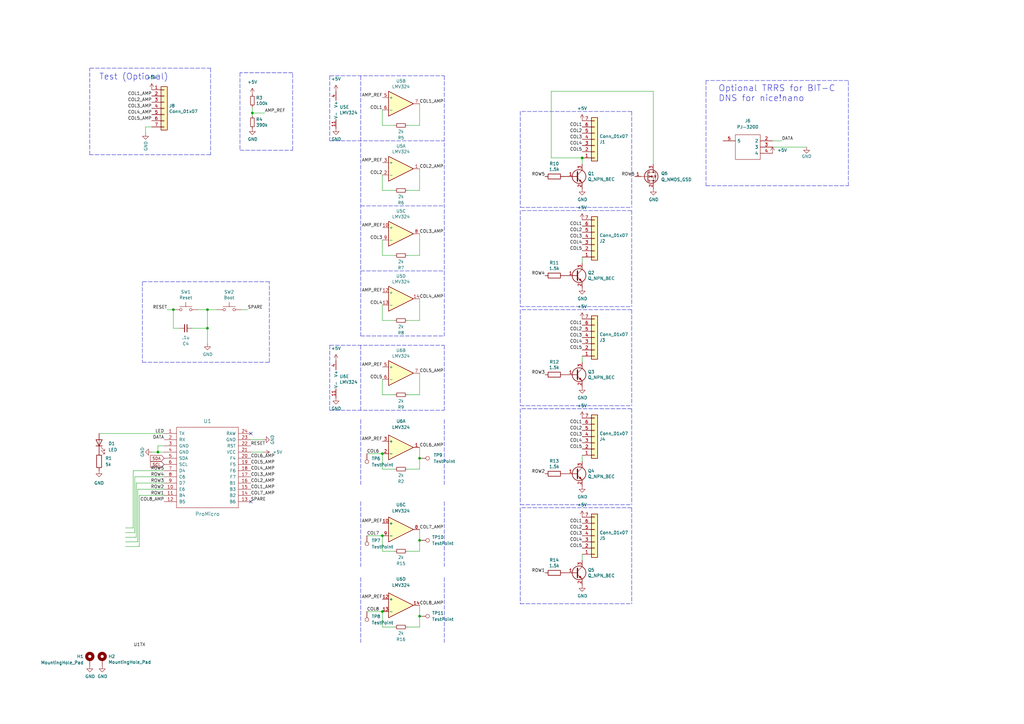
<source format=kicad_sch>
(kicad_sch (version 20211123) (generator eeschema)
  (paper "A3")
  (title_block (title "lalboard main board") (rev "v0.1"))
  (lib_symbols
    (symbol "Amplifier_Operational:LMV324" (pin_names (offset 0.127))
      (property "Reference" "U" (at 0 5.08 0))
      (property "Value" "LMV324" (at 0 -5.08 0))
      (symbol "LMV324_1_1"
        (polyline (pts (xy -5.08 5.08) (xy 5.08 0) (xy -5.08 -5.08) (xy -5.08 5.08)) (stroke (width 0.254)) (fill (type background)))
        (pin output line (at 7.62 0 180) (length 2.54) (name "~") (number "1"))
        (pin input line (at -7.62 -2.54 0) (length 2.54) (name "-") (number "2"))
        (pin input line (at -7.62 2.54 0) (length 2.54) (name "+") (number "3"))
      )
      (symbol "LMV324_2_1"
        (polyline (pts (xy -5.08 5.08) (xy 5.08 0) (xy -5.08 -5.08) (xy -5.08 5.08)) (stroke (width 0.254)) (fill (type background)))
        (pin input line (at -7.62 2.54 0) (length 2.54) (name "+") (number "5"))
        (pin input line (at -7.62 -2.54 0) (length 2.54) (name "-") (number "6"))
        (pin output line (at 7.62 0 180) (length 2.54) (name "~") (number "7"))
      )
      (symbol "LMV324_3_1"
        (polyline (pts (xy -5.08 5.08) (xy 5.08 0) (xy -5.08 -5.08) (xy -5.08 5.08)) (stroke (width 0.254)) (fill (type background)))
        (pin input line (at -7.62 2.54 0) (length 2.54) (name "+") (number "10"))
        (pin output line (at 7.62 0 180) (length 2.54) (name "~") (number "8"))
        (pin input line (at -7.62 -2.54 0) (length 2.54) (name "-") (number "9"))
      )
      (symbol "LMV324_4_1"
        (polyline (pts (xy -5.08 5.08) (xy 5.08 0) (xy -5.08 -5.08) (xy -5.08 5.08)) (stroke (width 0.254)) (fill (type background)))
        (pin input line (at -7.62 2.54 0) (length 2.54) (name "+") (number "12"))
        (pin input line (at -7.62 -2.54 0) (length 2.54) (name "-") (number "13"))
        (pin output line (at 7.62 0 180) (length 2.54) (name "~") (number "14"))
      )
      (symbol "LMV324_5_1"
        (pin power_in line (at -2.54 -7.62 90) (length 3.81) (name "V-") (number "11"))
        (pin power_in line (at -2.54 7.62 270) (length 3.81) (name "V+") (number "4"))
      )
    )
    (symbol "Connector_Generic:Conn_01x07" (pin_names (offset 1.016) hide)
      (property "Reference" "J" (at 0 10.16 0))
      (property "Value" "Conn_01x07" (at 0 -10.16 0))
      (symbol "Conn_01x07_1_1"
        (rectangle (start -1.27 -7.493) (end 0 -7.747) (stroke (width 0.1524)))
        (rectangle (start -1.27 -4.953) (end 0 -5.207) (stroke (width 0.1524)))
        (rectangle (start -1.27 -2.413) (end 0 -2.667) (stroke (width 0.1524)))
        (rectangle (start -1.27 0.127) (end 0 -0.127) (stroke (width 0.1524)))
        (rectangle (start -1.27 2.667) (end 0 2.413) (stroke (width 0.1524)))
        (rectangle (start -1.27 5.207) (end 0 4.953) (stroke (width 0.1524)))
        (rectangle (start -1.27 7.747) (end 0 7.493) (stroke (width 0.1524)))
        (rectangle (start -1.27 8.89) (end 1.27 -8.89) (stroke (width 0.254)) (fill (type background)))
        (pin passive line (at -5.08 7.62 0) (length 3.81) (name "Pin_1") (number "1"))
        (pin passive line (at -5.08 5.08 0) (length 3.81) (name "Pin_2") (number "2"))
        (pin passive line (at -5.08 2.54 0) (length 3.81) (name "Pin_3") (number "3"))
        (pin passive line (at -5.08 0 0) (length 3.81) (name "Pin_4") (number "4"))
        (pin passive line (at -5.08 -2.54 0) (length 3.81) (name "Pin_5") (number "5"))
        (pin passive line (at -5.08 -5.08 0) (length 3.81) (name "Pin_6") (number "6"))
        (pin passive line (at -5.08 -7.62 0) (length 3.81) (name "Pin_7") (number "7"))
      )
    )
    (symbol "Device:C_Small" (pin_numbers hide) (pin_names (offset 0.254) hide)
      (property "Reference" "C" (at 0.254 1.778 0))
      (property "Value" "C_Small" (at 0.254 -2.032 0))
      (symbol "C_Small_0_1"
        (polyline (pts (xy -1.524 -0.508) (xy 1.524 -0.508)) (stroke (width 0.3302)))
        (polyline (pts (xy -1.524 0.508) (xy 1.524 0.508)) (stroke (width 0.3048)))
      )
      (symbol "C_Small_1_1"
        (pin passive line (at 0 2.54 270) (length 2.032) (name "~") (number "1"))
        (pin passive line (at 0 -2.54 90) (length 2.032) (name "~") (number "2"))
      )
    )
    (symbol "Device:LED" (pin_numbers hide) (pin_names (offset 1.016) hide)
      (property "Reference" "D" (at 0 2.54 0))
      (property "Value" "LED" (at 0 -2.54 0))
      (symbol "LED_0_1"
        (polyline (pts (xy -1.27 -1.27) (xy -1.27 1.27)) (stroke (width 0.254)))
        (polyline (pts (xy -1.27 0) (xy 1.27 0)))
        (polyline (pts (xy 1.27 -1.27) (xy 1.27 1.27) (xy -1.27 0) (xy 1.27 -1.27)) (stroke (width 0.254)))
        (polyline (pts (xy -3.048 -0.762) (xy -4.572 -2.286) (xy -3.81 -2.286) (xy -4.572 -2.286) (xy -4.572 -1.524)))
        (polyline (pts (xy -1.778 -0.762) (xy -3.302 -2.286) (xy -2.54 -2.286) (xy -3.302 -2.286) (xy -3.302 -1.524)))
      )
      (symbol "LED_1_1"
        (pin passive line (at -3.81 0 0) (length 2.54) (name "K") (number "1"))
        (pin passive line (at 3.81 0 180) (length 2.54) (name "A") (number "2"))
      )
    )
    (symbol "Device:Q_NMOS_GSD" (pin_names (offset 0) hide)
      (property "Reference" "Q" (at 5.08 1.27 0))
      (property "Value" "Q_NMOS_GSD" (at 5.08 -1.27 0))
      (symbol "Q_NMOS_GSD_0_1"
        (polyline (pts (xy 0.254 0) (xy -2.54 0)))
        (polyline (pts (xy 0.254 1.905) (xy 0.254 -1.905)) (stroke (width 0.254)))
        (polyline (pts (xy 0.762 -1.27) (xy 0.762 -2.286)) (stroke (width 0.254)))
        (polyline (pts (xy 0.762 0.508) (xy 0.762 -0.508)) (stroke (width 0.254)))
        (polyline (pts (xy 0.762 2.286) (xy 0.762 1.27)) (stroke (width 0.254)))
        (polyline (pts (xy 2.54 2.54) (xy 2.54 1.778)))
        (polyline (pts (xy 2.54 -2.54) (xy 2.54 0) (xy 0.762 0)))
        (polyline (pts (xy 0.762 -1.778) (xy 3.302 -1.778) (xy 3.302 1.778) (xy 0.762 1.778)))
        (polyline (pts (xy 1.016 0) (xy 2.032 0.381) (xy 2.032 -0.381) (xy 1.016 0)) (fill (type outline)))
        (polyline (pts (xy 2.794 0.508) (xy 2.921 0.381) (xy 3.683 0.381) (xy 3.81 0.254)))
        (polyline (pts (xy 3.302 0.381) (xy 2.921 -0.254) (xy 3.683 -0.254) (xy 3.302 0.381)))
        (circle (center 1.651 0) (radius 2.794) (stroke (width 0.254)))
        (circle (center 2.54 -1.778) (radius 0.254) (fill (type outline)))
        (circle (center 2.54 1.778) (radius 0.254) (fill (type outline)))
      )
      (symbol "Q_NMOS_GSD_1_1"
        (pin input line (at -5.08 0 0) (length 2.54) (name "G") (number "1"))
        (pin passive line (at 2.54 -5.08 90) (length 2.54) (name "S") (number "2"))
        (pin passive line (at 2.54 5.08 270) (length 2.54) (name "D") (number "3"))
      )
    )
    (symbol "Device:Q_NPN_BEC" (pin_names (offset 0) hide)
      (property "Reference" "Q" (at 5.08 1.27 0))
      (property "Value" "Q_NPN_BEC" (at 5.08 -1.27 0))
      (symbol "Q_NPN_BEC_0_1"
        (polyline (pts (xy 0.635 0.635) (xy 2.54 2.54)))
        (polyline (pts (xy 0.635 -0.635) (xy 2.54 -2.54) (xy 2.54 -2.54)))
        (polyline (pts (xy 0.635 1.905) (xy 0.635 -1.905) (xy 0.635 -1.905)) (stroke (width 0.508)))
        (polyline (pts (xy 1.27 -1.778) (xy 1.778 -1.27) (xy 2.286 -2.286) (xy 1.27 -1.778) (xy 1.27 -1.778)) (fill (type outline)))
        (circle (center 1.27 0) (radius 2.8194) (stroke (width 0.254)))
      )
      (symbol "Q_NPN_BEC_1_1"
        (pin input line (at -5.08 0 0) (length 5.715) (name "B") (number "1"))
        (pin passive line (at 2.54 -5.08 90) (length 2.54) (name "E") (number "2"))
        (pin passive line (at 2.54 5.08 270) (length 2.54) (name "C") (number "3"))
      )
    )
    (symbol "Device:R" (pin_numbers hide) (pin_names (offset 0))
      (property "Reference" "R" (at 2.032 0 90))
      (property "Value" "R" (at 0 0 90))
      (symbol "R_0_1"
        (rectangle (start -1.016 -2.54) (end 1.016 2.54) (stroke (width 0.254)))
      )
      (symbol "R_1_1"
        (pin passive line (at 0 3.81 270) (length 1.27) (name "~") (number "1"))
        (pin passive line (at 0 -3.81 90) (length 1.27) (name "~") (number "2"))
      )
    )
    (symbol "Device:R_Small" (pin_numbers hide) (pin_names (offset 0.254) hide)
      (property "Reference" "R" (at 0.762 0.508 0))
      (property "Value" "R_Small" (at 0.762 -1.016 0))
      (symbol "R_Small_0_1"
        (rectangle (start -0.762 1.778) (end 0.762 -1.778) (stroke (width 0.2032)))
      )
      (symbol "R_Small_1_1"
        (pin passive line (at 0 2.54 270) (length 0.762) (name "~") (number "1"))
        (pin passive line (at 0 -2.54 90) (length 0.762) (name "~") (number "2"))
      )
    )
    (symbol "Mechanical:MountingHole_Pad" (pin_numbers hide) (pin_names (offset 1.016) hide)
      (property "Reference" "H" (at 0 6.35 0))
      (property "Value" "MountingHole_Pad" (at 0 4.445 0))
      (symbol "MountingHole_Pad_0_1"
        (circle (center 0 1.27) (radius 1.27) (stroke (width 1.27)))
      )
      (symbol "MountingHole_Pad_1_1"
        (pin input line (at 0 -2.54 90) (length 2.54) (name "1") (number "1"))
      )
    )
    (symbol "Switch:SW_Push" (pin_numbers hide) (pin_names (offset 1.016) hide)
      (property "Reference" "SW" (at 1.27 2.54 0))
      (property "Value" "SW_Push" (at 0 -1.524 0))
      (symbol "SW_Push_0_1"
        (circle (center -2.032 0) (radius 0.508))
        (polyline (pts (xy 0 1.27) (xy 0 3.048)))
        (polyline (pts (xy 2.54 1.27) (xy -2.54 1.27)))
        (circle (center 2.032 0) (radius 0.508))
        (pin passive line (at -5.08 0 0) (length 2.54) (name "1") (number "1"))
        (pin passive line (at 5.08 0 180) (length 2.54) (name "2") (number "2"))
      )
    )
    (symbol "TestPoint_10" (pin_numbers hide) (pin_names (offset 0.762) hide)
      (property "Reference" "TP" (at 0 6.858 0))
      (property "Value" "TestPoint_10" (at 0 5.08 0))
      (symbol "TestPoint_10_0_1"
        (circle (center 0 3.302) (radius 0.762))
      )
      (symbol "TestPoint_10_1_1"
        (pin passive line (at 0 0 90) (length 2.54) (name "1") (number "1"))
      )
    )
    (symbol "TestPoint_6" (pin_numbers hide) (pin_names (offset 0.762) hide)
      (property "Reference" "TP" (at 0 6.858 0))
      (property "Value" "TestPoint_6" (at 0 5.08 0))
      (symbol "TestPoint_6_0_1"
        (circle (center 0 3.302) (radius 0.762))
      )
      (symbol "TestPoint_6_1_1"
        (pin passive line (at 0 0 90) (length 2.54) (name "1") (number "1"))
      )
    )
    (symbol "TestPoint_7" (pin_numbers hide) (pin_names (offset 0.762) hide)
      (property "Reference" "TP" (at 0 6.858 0))
      (property "Value" "TestPoint_7" (at 0 5.08 0))
      (symbol "TestPoint_7_0_1"
        (circle (center 0 3.302) (radius 0.762))
      )
      (symbol "TestPoint_7_1_1"
        (pin passive line (at 0 0 90) (length 2.54) (name "1") (number "1"))
      )
    )
    (symbol "TestPoint_8" (pin_numbers hide) (pin_names (offset 0.762) hide)
      (property "Reference" "TP" (at 0 6.858 0))
      (property "Value" "TestPoint_8" (at 0 5.08 0))
      (symbol "TestPoint_8_0_1"
        (circle (center 0 3.302) (radius 0.762))
      )
      (symbol "TestPoint_8_1_1"
        (pin passive line (at 0 0 90) (length 2.54) (name "1") (number "1"))
      )
    )
    (symbol "TestPoint_9" (pin_numbers hide) (pin_names (offset 0.762) hide)
      (property "Reference" "TP" (at 0 6.858 0))
      (property "Value" "TestPoint_9" (at 0 5.08 0))
      (symbol "TestPoint_9_0_1"
        (circle (center 0 3.302) (radius 0.762))
      )
      (symbol "TestPoint_9_1_1"
        (pin passive line (at 0 0 90) (length 2.54) (name "1") (number "1"))
      )
    )
    (symbol "corne-chocolate-rescue:ProMicro-kbd" (pin_names (offset 1.016))
      (property "Reference" "U" (at 0 24.13 0))
      (property "Value" "ProMicro-kbd" (at 0 -13.97 0))
      (symbol "ProMicro-kbd_0_1"
        (rectangle (start -12.7 21.59) (end 12.7 -11.43))
      )
      (symbol "ProMicro-kbd_1_1"
        (pin bidirectional line (at -17.78 19.05 0) (length 5.08) (name "TX") (number "1"))
        (pin bidirectional line (at -17.78 -3.81 0) (length 5.08) (name "E6") (number "10"))
        (pin bidirectional line (at -17.78 -6.35 0) (length 5.08) (name "B4") (number "11"))
        (pin bidirectional line (at -17.78 -8.89 0) (length 5.08) (name "B5") (number "12"))
        (pin bidirectional line (at 17.78 -8.89 180) (length 5.08) (name "B6") (number "13"))
        (pin bidirectional line (at 17.78 -6.35 180) (length 5.08) (name "B2") (number "14"))
        (pin bidirectional line (at 17.78 -3.81 180) (length 5.08) (name "B3") (number "15"))
        (pin bidirectional line (at 17.78 -1.27 180) (length 5.08) (name "B1") (number "16"))
        (pin bidirectional line (at 17.78 1.27 180) (length 5.08) (name "F7") (number "17"))
        (pin bidirectional line (at 17.78 3.81 180) (length 5.08) (name "F6") (number "18"))
        (pin bidirectional line (at 17.78 6.35 180) (length 5.08) (name "F5") (number "19"))
        (pin bidirectional line (at -17.78 16.51 0) (length 5.08) (name "RX") (number "2"))
        (pin bidirectional line (at 17.78 8.89 180) (length 5.08) (name "F4") (number "20"))
        (pin power_in line (at 17.78 11.43 180) (length 5.08) (name "VCC") (number "21"))
        (pin input line (at 17.78 13.97 180) (length 5.08) (name "RST") (number "22"))
        (pin power_in line (at 17.78 16.51 180) (length 5.08) (name "GND") (number "23"))
        (pin power_out line (at 17.78 19.05 180) (length 5.08) (name "RAW") (number "24"))
        (pin power_in line (at -17.78 13.97 0) (length 5.08) (name "GND") (number "3"))
        (pin power_in line (at -17.78 11.43 0) (length 5.08) (name "GND") (number "4"))
        (pin bidirectional line (at -17.78 8.89 0) (length 5.08) (name "SDA") (number "5"))
        (pin bidirectional line (at -17.78 6.35 0) (length 5.08) (name "SCL") (number "6"))
        (pin bidirectional line (at -17.78 3.81 0) (length 5.08) (name "D4") (number "7"))
        (pin bidirectional line (at -17.78 1.27 0) (length 5.08) (name "C6") (number "8"))
        (pin bidirectional line (at -17.78 -1.27 0) (length 5.08) (name "D7") (number "9"))
      )
    )
    (symbol "lalboard:PJ-320D" (pin_names (offset 0.762))
      (property "Reference" "J" (at 16.51 7.62 0))
      (property "Value" "PJ-320D" (at 16.51 5.08 0))
      (symbol "PJ-320D_0_0"
        (pin passive line (at 20.32 0 180) (length 5.08) (name "2") (number "2"))
        (pin passive line (at 20.32 -2.54 180) (length 5.08) (name "3") (number "3"))
        (pin passive line (at 20.32 -5.08 180) (length 5.08) (name "4") (number "4"))
        (pin passive line (at 0 0 0) (length 5.08) (name "5") (number "5"))
      )
      (symbol "PJ-320D_0_1"
        (polyline (pts (xy 5.08 2.54) (xy 15.24 2.54) (xy 15.24 -7.62) (xy 5.08 -7.62) (xy 5.08 2.54)) (stroke (width 0.1524)))
      )
    )
    (symbol "lalboard:TestPoint" (pin_numbers hide) (pin_names (offset 0.762) hide)
      (property "Reference" "TP" (at 0 6.858 0))
      (property "Value" "TestPoint" (at 0 5.08 0))
      (symbol "TestPoint_0_1"
        (circle (center 0 3.302) (radius 0.762))
      )
      (symbol "TestPoint_1_1"
        (pin passive line (at 0 0 90) (length 2.54) (name "1") (number "1"))
      )
    )
    (symbol "power:+5V" (power) (pin_names (offset 0))
      (property "Value" "+5V" (at 0 3.556 0))
      (symbol "+5V_0_1"
        (polyline (pts (xy -0.762 1.27) (xy 0 2.54)))
        (polyline (pts (xy 0 0) (xy 0 2.54)))
        (polyline (pts (xy 0 2.54) (xy 0.762 1.27)))
      )
      (symbol "+5V_1_1"
        (pin power_in line (at 0 0 90) (length 0) hide (name "+5V") (number "1"))
      )
    )
    (symbol "power:GND" (power) (pin_names (offset 0))
      (property "Value" "GND" (at 0 -3.81 0))
      (symbol "GND_0_1"
        (polyline (pts (xy 0 0) (xy 0 -1.27) (xy 1.27 -1.27) (xy 0 -2.54) (xy -1.27 -1.27) (xy 0 -1.27)))
      )
      (symbol "GND_1_1"
        (pin power_in line (at 0 0 270) (length 0) hide (name "GND") (number "1"))
      )
    )
  )
  (junction (at 172.085 187.96))
  (junction (at 172.085 252.73))
  (junction (at 64.77 185.42))
  (junction (at 156.845 219.71))
  (junction (at 103.505 46.355))
  (junction (at 156.845 186.055))
  (junction (at 85.09 127))
  (junction (at 85.09 134.62))
  (junction (at 238.76 64.77))
  (junction (at 172.085 221.615))
  (junction (at 156.845 250.825))
  (junction (at 71.12 127))
  (no_connect (at 102.87 205.74))
  (no_connect (at 102.87 177.8))
  (bus_entry (at 151.13 -10.16) (size 2.54 2.54))
  (polyline (pts (xy 58.42 148.59) (xy 110.49 148.59)))
  (wire (pts (xy 172.085 42.545) (xy 172.085 51.435)))
  (wire (pts (xy 81.28 127) (xy 85.09 127)))
  (polyline (pts (xy 120.015 29.845) (xy 98.425 29.845)))
  (polyline (pts (xy 213.36 208.28) (xy 213.36 247.65)))
  (polyline (pts (xy 289.56 33.02) (xy 289.56 38.1)))
  (polyline (pts (xy 182.245 205.74) (xy 182.245 232.41)))
  (polyline (pts (xy 213.36 85.09) (xy 259.08 85.09)))
  (wire (pts (xy 172.085 226.06) (xy 167.005 226.06)))
  (polyline (pts (xy 135.255 31.115) (xy 182.245 31.115)))
  (wire (pts (xy 316.865 60.325) (xy 330.835 60.325)))
  (wire (pts (xy 238.76 105.41) (xy 238.76 107.95)))
  (wire (pts (xy 161.925 51.435) (xy 156.845 51.435)))
  (wire (pts (xy 172.085 257.175) (xy 167.005 257.175)))
  (polyline (pts (xy 147.955 111.125) (xy 182.245 111.125)))
  (wire (pts (xy 226.06 37.465) (xy 267.97 37.465)))
  (wire (pts (xy 56.515 222.25) (xy 51.435 222.25)))
  (wire (pts (xy 67.31 200.66) (xy 56.515 200.66)))
  (wire (pts (xy 67.31 193.04) (xy 54.61 193.04)))
  (polyline (pts (xy 347.98 33.02) (xy 289.56 33.02)))
  (polyline (pts (xy 182.245 31.115) (xy 182.245 137.795)))
  (wire (pts (xy 73.66 134.62) (xy 71.12 134.62)))
  (polyline (pts (xy 182.245 172.085) (xy 182.245 198.755)))
  (wire (pts (xy 238.76 227.33) (xy 238.76 229.87)))
  (wire (pts (xy 238.76 146.05) (xy 238.76 148.59)))
  (polyline (pts (xy 110.49 115.57) (xy 58.42 115.57)))
  (polyline (pts (xy 213.36 247.65) (xy 259.08 247.65)))
  (wire (pts (xy 99.06 127) (xy 101.6 127)))
  (wire (pts (xy 150.495 250.825) (xy 156.845 250.825)))
  (wire (pts (xy 161.925 131.445) (xy 156.845 131.445)))
  (polyline (pts (xy 135.255 57.785) (xy 182.245 57.785)))
  (wire (pts (xy 67.31 198.12) (xy 55.88 198.12)))
  (wire (pts (xy 239.395 64.77) (xy 238.76 64.77)))
  (polyline (pts (xy 289.56 38.1) (xy 289.56 76.2)))
  (wire (pts (xy 59.69 52.07) (xy 59.69 54.61)))
  (wire (pts (xy 54.61 193.04) (xy 54.61 216.535)))
  (polyline (pts (xy 259.08 167.64) (xy 213.36 167.64)))
  (wire (pts (xy 64.77 182.88) (xy 64.77 185.42)))
  (polyline (pts (xy 147.955 205.74) (xy 147.955 232.41)))
  (polyline (pts (xy 213.36 86.36) (xy 213.36 125.73)))
  (polyline (pts (xy 213.36 125.73) (xy 259.08 125.73)))
  (wire (pts (xy 238.76 64.77) (xy 226.06 64.77)))
  (wire (pts (xy 85.09 127) (xy 85.09 134.62)))
  (wire (pts (xy 161.925 257.175) (xy 156.845 257.175)))
  (wire (pts (xy 172.085 104.775) (xy 167.005 104.775)))
  (wire (pts (xy 55.88 198.12) (xy 55.88 220.345)))
  (wire (pts (xy 156.845 51.435) (xy 156.845 45.085)))
  (wire (pts (xy 172.085 192.405) (xy 167.005 192.405)))
  (polyline (pts (xy 259.08 167.64) (xy 259.08 207.01)))
  (polyline (pts (xy 259.08 45.72) (xy 259.08 85.09)))
  (polyline (pts (xy 213.36 45.72) (xy 213.36 85.09)))
  (polyline (pts (xy 147.955 141.605) (xy 147.955 168.275)))
  (wire (pts (xy 67.31 182.88) (xy 64.77 182.88)))
  (wire (pts (xy 172.085 221.615) (xy 172.085 226.06)))
  (polyline (pts (xy 135.255 141.605) (xy 135.255 168.275)))
  (wire (pts (xy 85.09 134.62) (xy 85.09 140.97)))
  (polyline (pts (xy 86.36 27.94) (xy 86.36 63.5)))
  (polyline (pts (xy 36.83 27.94) (xy 86.36 27.94)))
  (wire (pts (xy 238.76 186.69) (xy 238.76 189.23)))
  (wire (pts (xy 172.085 78.105) (xy 167.005 78.105)))
  (wire (pts (xy 103.505 43.815) (xy 103.505 46.355)))
  (wire (pts (xy 150.495 219.71) (xy 156.845 219.71)))
  (wire (pts (xy 55.245 195.58) (xy 55.245 218.44)))
  (polyline (pts (xy 213.36 167.64) (xy 213.36 207.01)))
  (polyline (pts (xy 259.08 208.28) (xy 259.08 247.65)))
  (polyline (pts (xy 182.245 141.605) (xy 182.245 168.275)))
  (polyline (pts (xy 147.955 84.455) (xy 182.245 84.455)))
  (wire (pts (xy 172.085 187.96) (xy 172.085 192.405)))
  (wire (pts (xy 85.09 134.62) (xy 78.74 134.62)))
  (wire (pts (xy 55.245 218.44) (xy 51.435 218.44)))
  (wire (pts (xy 57.15 203.2) (xy 57.15 224.155)))
  (wire (pts (xy 62.23 185.42) (xy 64.77 185.42)))
  (wire (pts (xy 156.845 226.06) (xy 156.845 219.71)))
  (wire (pts (xy 161.925 161.925) (xy 156.845 161.925)))
  (polyline (pts (xy 147.955 31.115) (xy 147.955 137.795)))
  (polyline (pts (xy 213.36 166.37) (xy 259.08 166.37)))
  (wire (pts (xy 156.845 78.105) (xy 156.845 71.755)))
  (polyline (pts (xy 213.36 127) (xy 213.36 166.37)))
  (polyline (pts (xy 289.56 76.2) (xy 347.98 76.2)))
  (wire (pts (xy 56.515 200.66) (xy 56.515 222.25)))
  (wire (pts (xy 156.845 161.925) (xy 156.845 155.575)))
  (polyline (pts (xy 98.425 61.595) (xy 120.015 61.595)))
  (polyline (pts (xy 86.36 63.5) (xy 36.83 63.5)))
  (polyline (pts (xy 135.255 141.605) (xy 182.245 141.605)))
  (wire (pts (xy 172.085 122.555) (xy 172.085 131.445)))
  (wire (pts (xy 238.76 64.77) (xy 238.76 67.31)))
  (polyline (pts (xy 147.955 236.855) (xy 147.955 263.525)))
  (wire (pts (xy 54.61 216.535) (xy 51.435 216.535)))
  (polyline (pts (xy 98.425 29.845) (xy 98.425 61.595)))
  (polyline (pts (xy 147.955 172.085) (xy 147.955 198.755)))
  (polyline (pts (xy 110.49 148.59) (xy 110.49 115.57)))
  (wire (pts (xy 172.085 252.73) (xy 172.085 257.175)))
  (polyline (pts (xy 213.36 207.01) (xy 259.08 207.01)))
  (wire (pts (xy 103.505 46.355) (xy 103.505 47.625)))
  (wire (pts (xy 40.64 177.8) (xy 67.31 177.8)))
  (wire (pts (xy 161.925 78.105) (xy 156.845 78.105)))
  (wire (pts (xy 102.87 180.34) (xy 107.95 180.34)))
  (polyline (pts (xy 259.08 127) (xy 259.08 166.37)))
  (wire (pts (xy 161.925 192.405) (xy 156.845 192.405)))
  (polyline (pts (xy 120.015 61.595) (xy 120.015 29.845)))
  (wire (pts (xy 68.58 127) (xy 71.12 127)))
  (wire (pts (xy 156.845 257.175) (xy 156.845 250.825)))
  (wire (pts (xy 85.09 127) (xy 88.9 127)))
  (wire (pts (xy 172.085 69.215) (xy 172.085 78.105)))
  (wire (pts (xy 161.925 226.06) (xy 156.845 226.06)))
  (polyline (pts (xy 259.08 86.36) (xy 213.36 86.36)))
  (wire (pts (xy 172.085 153.035) (xy 172.085 161.925)))
  (polyline (pts (xy 259.08 86.36) (xy 259.08 125.73)))
  (polyline (pts (xy 147.955 137.795) (xy 182.245 137.795)))
  (wire (pts (xy 57.15 224.155) (xy 51.435 224.155)))
  (wire (pts (xy 150.495 186.055) (xy 156.845 186.055)))
  (polyline (pts (xy 36.83 63.5) (xy 36.83 27.94)))
  (wire (pts (xy 71.12 134.62) (xy 71.12 127)))
  (wire (pts (xy 172.085 217.17) (xy 172.085 221.615)))
  (wire (pts (xy 64.77 185.42) (xy 67.31 185.42)))
  (wire (pts (xy 172.085 248.285) (xy 172.085 252.73)))
  (wire (pts (xy 172.085 161.925) (xy 167.005 161.925)))
  (polyline (pts (xy 135.255 168.275) (xy 182.245 168.275)))
  (wire (pts (xy 156.845 131.445) (xy 156.845 125.095)))
  (wire (pts (xy 172.085 51.435) (xy 167.005 51.435)))
  (wire (pts (xy 156.845 104.775) (xy 156.845 98.425)))
  (polyline (pts (xy 259.08 208.28) (xy 213.36 208.28)))
  (wire (pts (xy 161.925 104.775) (xy 156.845 104.775)))
  (wire (pts (xy 172.085 183.515) (xy 172.085 187.96)))
  (wire (pts (xy 67.31 195.58) (xy 55.245 195.58)))
  (wire (pts (xy 55.88 220.345) (xy 51.435 220.345)))
  (wire (pts (xy 267.97 37.465) (xy 267.97 67.31)))
  (wire (pts (xy 316.865 57.785) (xy 320.675 57.785)))
  (polyline (pts (xy 135.255 31.115) (xy 135.255 57.785)))
  (polyline (pts (xy 58.42 115.57) (xy 58.42 148.59)))
  (wire (pts (xy 67.31 203.2) (xy 57.15 203.2)))
  (wire (pts (xy 62.23 52.07) (xy 59.69 52.07)))
  (polyline (pts (xy 347.98 76.2) (xy 347.98 33.02)))
  (wire (pts (xy 226.06 64.77) (xy 226.06 37.465)))
  (wire (pts (xy 156.845 192.405) (xy 156.845 186.055)))
  (polyline (pts (xy 259.08 127) (xy 213.36 127)))
  (wire (pts (xy 172.085 131.445) (xy 167.005 131.445)))
  (polyline (pts (xy 182.245 236.855) (xy 182.245 263.525)))
  (wire (pts (xy 102.87 185.42) (xy 107.95 185.42)))
  (wire (pts (xy 172.085 95.885) (xy 172.085 104.775)))
  (wire (pts (xy 103.505 46.355) (xy 108.585 46.355)))
  (polyline (pts (xy 259.08 45.72) (xy 213.36 45.72)))
  (text "Test (Optional)" (at 40.64 33.02 0) (effects (font (size 2.4892 2.4892)) (justify left bottom)))
  (text "Optional TRRS for BIT-C\nDNS for nice!nano" (at 294.64 41.91 0) (effects (font (size 2.54 2.54)) (justify left bottom)))
  (label "COL4" (at 238.76 100.33 180))
  (label "COL4" (at 156.845 125.095 180))
  (label "SPARE" (at 102.87 205.74 0))
  (label "COL8" (at 150.495 250.825 0))
  (label "COL4" (at 238.76 181.61 180))
  (label "AMP_REF" (at 156.845 40.005 180))
  (label "AMP_REF" (at 156.845 150.495 180))
  (label "COL8_AMP" (at 67.31 205.74 180))
  (label "COL4_AMP" (at 172.085 122.555 0))
  (label "COL3" (at 238.76 138.43 180))
  (label "COL5" (at 238.76 224.79 180))
  (label "ROW1" (at 223.52 234.95 180))
  (label "ROW4" (at 67.31 195.58 180))
  (label "COL1" (at 238.76 173.99 180))
  (label "U1TX" (at 59.69 265.43 180))
  (label "ROW2" (at 223.52 194.31 180))
  (label "AMP_REF" (at 156.845 214.63 180))
  (label "COL3_AMP" (at 172.085 95.885 0))
  (label "COL1" (at 238.76 214.63 180))
  (label "COL7" (at 150.495 219.71 0))
  (label "AMP_REF" (at 156.845 245.745 180))
  (label "COL4" (at 238.76 222.25 180))
  (label "AMP_REF" (at 156.845 120.015 180))
  (label "COL3" (at 156.845 98.425 180))
  (label "COL2" (at 238.76 176.53 180))
  (label "COL7_AMP" (at 172.085 217.17 0))
  (label "COL1_AMP" (at 62.23 39.37 180))
  (label "COL3" (at 238.76 97.79 180))
  (label "COL5" (at 238.76 184.15 180))
  (label "COL8_AMP" (at 172.085 248.285 0))
  (label "COL2" (at 238.76 54.61 180))
  (label "COL1_AMP" (at 172.085 42.545 0))
  (label "RESET" (at 68.58 127 180))
  (label "COL2" (at 156.845 71.755 180))
  (label "COL5_AMP" (at 172.085 153.035 0))
  (label "COL4" (at 238.76 140.97 180))
  (label "COL1" (at 238.76 133.35 180))
  (label "DATA" (at 320.675 57.785 0))
  (label "COL2" (at 238.76 95.25 180))
  (label "COL6_AMP" (at 102.87 187.96 0))
  (label "COL2_AMP" (at 172.085 69.215 0))
  (label "ROW3" (at 67.31 198.12 180))
  (label "ROW2" (at 67.31 200.66 180))
  (label "COL5" (at 238.76 143.51 180))
  (label "COL5_AMP" (at 62.23 49.53 180))
  (label "RESET" (at 102.87 182.88 0))
  (label "SPARE" (at 101.6 127 0))
  (label "LED" (at 67.31 177.8 180))
  (label "AMP_REF" (at 156.845 180.975 180))
  (label "COL1" (at 238.76 92.71 180))
  (label "COL2_AMP" (at 102.87 198.12 0))
  (label "COL1" (at 238.76 52.07 180))
  (label "COL2" (at 238.76 135.89 180))
  (label "AMP_REF" (at 156.845 93.345 180))
  (label "ROW5" (at 223.52 72.39 180))
  (label "COL6" (at 150.495 186.055 0))
  (label "AMP_REF" (at 108.585 46.355 0))
  (label "COL3_AMP" (at 102.87 195.58 0))
  (label "ROW3" (at 223.52 153.67 180))
  (label "COL5" (at 238.76 102.87 180))
  (label "COL3" (at 238.76 179.07 180))
  (label "ROW4" (at 223.52 113.03 180))
  (label "COL5_AMP" (at 102.87 190.5 0))
  (label "COL3" (at 238.76 57.15 180))
  (label "COL1_AMP" (at 102.87 200.66 0))
  (label "COL4" (at 238.76 59.69 180))
  (label "COL7_AMP" (at 102.87 203.2 0))
  (label "COL5" (at 238.76 62.23 180))
  (label "ROW5" (at 260.35 72.39 180))
  (label "COL6_AMP" (at 172.085 183.515 0))
  (label "DATA" (at 67.31 180.34 180))
  (label "COL4_AMP" (at 62.23 46.99 180))
  (label "COL1" (at 156.845 45.085 180))
  (label "COL3" (at 238.76 219.71 180))
  (label "AMP_REF" (at 156.845 66.675 180))
  (label "COL2_AMP" (at 62.23 41.91 180))
  (label "COL5" (at 156.845 155.575 180))
  (label "ROW1" (at 67.31 203.2 180))
  (label "ROW5" (at 67.31 193.04 180))
  (label "COL3_AMP" (at 62.23 44.45 180))
  (label "COL4_AMP" (at 102.87 193.04 0))
  (label "COL2" (at 238.76 217.17 180))
  (global_label "SCL" (shape input) (at 67.31 190.5 180) (effects (font (size 1.1938 1.1938))) (property "Intersheet References" "${INTERSHEET_REFS}" (effects hide)))
  (global_label "SDA" (shape input) (at 67.31 187.96 180) (effects (font (size 1.1938 1.1938))) (property "Intersheet References" "${INTERSHEET_REFS}" (effects hide)))
  (symbol (lib_id "Device:Q_NPN_BEC") (at 236.22 72.39 0) (unit 1)
    (property "Reference" "Q1" (at 241.0714 71.2216 0) (effects (justify left)))
    (property "Value" "Q_NPN_BEC" (at 241.0714 73.533 0) (effects (justify left)))
    (property "Footprint" "Package_TO_SOT_SMD:SOT-23_Handsoldering" (effects hide))
    (property "Part" "PMBT2222A,215" (effects hide))
  )
  (symbol (lib_id "power:GND") (at 238.76 77.47 0) (unit 1)
    (property "Reference" "#PWR019" (effects hide))
    (property "Value" "GND" (at 238.887 81.8642 0))
  )
  (symbol (lib_id "Device:R") (at 227.33 72.39 270) (unit 1)
    (property "Reference" "R10" (at 227.33 67.1322 90))
    (property "Value" "1.5k" (at 227.33 69.4436 90))
    (property "Footprint" "Resistor_SMD:R_0805_2012Metric_Pad1.15x1.40mm_HandSolder" (effects hide))
  )
  (symbol (lib_id "Device:Q_NPN_BEC") (at 236.22 113.03 0) (unit 1)
    (property "Reference" "Q2" (at 241.0714 111.8616 0) (effects (justify left)))
    (property "Value" "Q_NPN_BEC" (at 241.0714 114.173 0) (effects (justify left)))
    (property "Footprint" "Package_TO_SOT_SMD:SOT-23_Handsoldering" (effects hide))
    (property "Part" "PMBT2222A,215" (effects hide))
  )
  (symbol (lib_id "Connector_Generic:Conn_01x07") (at 243.84 97.79 0) (mirror x) (unit 1)
    (property "Reference" "J2" (at 245.872 98.8568 0) (effects (justify left)))
    (property "Value" "Conn_01x07" (at 245.872 96.5454 0) (effects (justify left)))
    (property "Footprint" "lalboard:JST_ZH_B7B-ZR_1x07_P1.50mm_Vertical" (effects hide))
  )
  (symbol (lib_id "power:GND") (at 238.76 118.11 0) (unit 1)
    (property "Reference" "#PWR021" (effects hide))
    (property "Value" "GND" (at 238.887 122.5042 0))
  )
  (symbol (lib_id "Device:R") (at 227.33 113.03 270) (unit 1)
    (property "Reference" "R11" (at 227.33 107.7722 90))
    (property "Value" "1.5k" (at 227.33 110.0836 90))
    (property "Footprint" "Resistor_SMD:R_0805_2012Metric_Pad1.15x1.40mm_HandSolder" (effects hide))
  )
  (symbol (lib_id "Device:Q_NPN_BEC") (at 236.22 153.67 0) (unit 1)
    (property "Reference" "Q3" (at 241.0714 152.5016 0) (effects (justify left)))
    (property "Value" "Q_NPN_BEC" (at 241.0714 154.813 0) (effects (justify left)))
    (property "Footprint" "Package_TO_SOT_SMD:SOT-23_Handsoldering" (effects hide))
    (property "Part" "PMBT2222A,215" (effects hide))
  )
  (symbol (lib_id "Connector_Generic:Conn_01x07") (at 243.84 138.43 0) (mirror x) (unit 1)
    (property "Reference" "J3" (at 245.872 139.4968 0) (effects (justify left)))
    (property "Value" "Conn_01x07" (at 245.872 137.1854 0) (effects (justify left)))
    (property "Footprint" "lalboard:JST_ZH_B7B-ZR_1x07_P1.50mm_Vertical" (effects hide))
  )
  (symbol (lib_id "power:GND") (at 238.76 158.75 0) (unit 1)
    (property "Reference" "#PWR023" (effects hide))
    (property "Value" "GND" (at 238.887 163.1442 0))
  )
  (symbol (lib_id "Device:R") (at 227.33 153.67 270) (unit 1)
    (property "Reference" "R12" (at 227.33 148.4122 90))
    (property "Value" "1.5k" (at 227.33 150.7236 90))
    (property "Footprint" "Resistor_SMD:R_0805_2012Metric_Pad1.15x1.40mm_HandSolder" (effects hide))
  )
  (symbol (lib_id "Device:Q_NPN_BEC") (at 236.22 194.31 0) (unit 1)
    (property "Reference" "Q4" (at 241.0714 193.1416 0) (effects (justify left)))
    (property "Value" "Q_NPN_BEC" (at 241.0714 195.453 0) (effects (justify left)))
    (property "Footprint" "Package_TO_SOT_SMD:SOT-23_Handsoldering" (effects hide))
    (property "Part" "PMBT2222A,215" (effects hide))
  )
  (symbol (lib_id "Connector_Generic:Conn_01x07") (at 243.84 179.07 0) (mirror x) (unit 1)
    (property "Reference" "J4" (at 245.872 180.1368 0) (effects (justify left)))
    (property "Value" "Conn_01x07" (at 245.872 177.8254 0) (effects (justify left)))
    (property "Footprint" "lalboard:JST_ZH_B7B-ZR_1x07_P1.50mm_Vertical" (effects hide))
  )
  (symbol (lib_id "power:GND") (at 238.76 199.39 0) (unit 1)
    (property "Reference" "#PWR025" (effects hide))
    (property "Value" "GND" (at 238.887 203.7842 0))
  )
  (symbol (lib_id "Device:R") (at 227.33 194.31 270) (unit 1)
    (property "Reference" "R13" (at 227.33 189.0522 90))
    (property "Value" "1.5k" (at 227.33 191.3636 90))
    (property "Footprint" "Resistor_SMD:R_0805_2012Metric_Pad1.15x1.40mm_HandSolder" (effects hide))
  )
  (symbol (lib_id "Device:Q_NPN_BEC") (at 236.22 234.95 0) (unit 1)
    (property "Reference" "Q5" (at 241.0714 233.7816 0) (effects (justify left)))
    (property "Value" "Q_NPN_BEC" (at 241.0714 236.093 0) (effects (justify left)))
    (property "Footprint" "Package_TO_SOT_SMD:SOT-23_Handsoldering" (effects hide))
    (property "Part" "PMBT2222A,215" (effects hide))
  )
  (symbol (lib_id "Connector_Generic:Conn_01x07") (at 243.84 219.71 0) (mirror x) (unit 1)
    (property "Reference" "J5" (at 245.872 220.7768 0) (effects (justify left)))
    (property "Value" "Conn_01x07" (at 245.872 218.4654 0) (effects (justify left)))
    (property "Footprint" "lalboard:JST_ZH_B7B-ZR_1x07_P1.50mm_Vertical" (effects hide))
  )
  (symbol (lib_id "power:GND") (at 238.76 240.03 0) (unit 1)
    (property "Reference" "#PWR027" (effects hide))
    (property "Value" "GND" (at 238.887 244.4242 0))
  )
  (symbol (lib_id "Device:R") (at 227.33 234.95 270) (unit 1)
    (property "Reference" "R14" (at 227.33 229.6922 90))
    (property "Value" "1.5k" (at 227.33 232.0036 90))
    (property "Footprint" "Resistor_SMD:R_0805_2012Metric_Pad1.15x1.40mm_HandSolder" (effects hide))
  )
  (symbol (lib_id "Switch:SW_Push") (at 76.2 127 0) (unit 1)
    (property "Reference" "SW1" (at 76.2 119.761 0))
    (property "Value" "Reset" (at 76.2 122.0724 0))
    (property "Footprint" "Button_Switch_THT:SW_PUSH_6mm_H5mm" (effects hide))
    (property "Part" "1825910-6" (effects hide))
  )
  (symbol (lib_id "Switch:SW_Push") (at 93.98 127 0) (mirror y) (unit 1)
    (property "Reference" "SW2" (at 93.98 119.761 0))
    (property "Value" "Boot" (at 93.98 122.0724 0))
    (property "Footprint" "Button_Switch_THT:SW_PUSH_6mm_H5mm" (effects hide))
    (property "Part" "1825910-6" (effects hide))
  )
  (symbol (lib_id "Amplifier_Operational:LMV324") (at 164.465 42.545 0) (unit 2)
    (property "Reference" "U5" (at 164.465 33.2232 0))
    (property "Value" "LMV324" (at 164.465 35.5346 0))
    (property "Footprint" "lalboard:TSSOP-14_4.4x5mm_P0.65mm" (effects hide))
    (property "Datasheet" "http://www.ti.com/lit/ds/symlink/lmv324.pdf" (effects hide))
  )
  (symbol (lib_id "Device:R_Small") (at 103.505 41.275 0) (unit 1)
    (property "Reference" "R3" (at 105.0036 40.1066 0) (effects (justify left)))
    (property "Value" "100k" (at 105.0036 42.418 0) (effects (justify left)))
    (property "Footprint" "Resistor_SMD:R_0805_2012Metric_Pad1.15x1.40mm_HandSolder" (effects hide))
  )
  (symbol (lib_id "Device:R_Small") (at 103.505 50.165 0) (unit 1)
    (property "Reference" "R4" (at 105.0036 48.9966 0) (effects (justify left)))
    (property "Value" "390k" (at 105.0036 51.308 0) (effects (justify left)))
    (property "Footprint" "Resistor_SMD:R_0805_2012Metric_Pad1.15x1.40mm_HandSolder" (effects hide))
  )
  (symbol (lib_id "power:GND") (at 103.505 52.705 0) (unit 1)
    (property "Reference" "#PWR013" (effects hide))
    (property "Value" "GND" (at 103.632 57.0992 0))
  )
  (symbol (lib_id "Device:R_Small") (at 164.465 51.435 270) (unit 1)
    (property "Reference" "R5" (at 164.465 56.515 90))
    (property "Value" "2k" (at 164.465 53.975 90))
    (property "Footprint" "Resistor_SMD:R_0805_2012Metric_Pad1.15x1.40mm_HandSolder" (effects hide))
  )
  (symbol (lib_id "Amplifier_Operational:LMV324") (at 164.465 69.215 0) (unit 1)
    (property "Reference" "U5" (at 164.465 59.8932 0))
    (property "Value" "LMV324" (at 164.465 62.2046 0))
    (property "Footprint" "lalboard:TSSOP-14_4.4x5mm_P0.65mm" (effects hide))
    (property "Datasheet" "http://www.ti.com/lit/ds/symlink/lmv324.pdf" (effects hide))
  )
  (symbol (lib_id "Device:R_Small") (at 164.465 78.105 270) (unit 1)
    (property "Reference" "R6" (at 164.465 83.185 90))
    (property "Value" "2k" (at 164.465 80.645 90))
    (property "Footprint" "Resistor_SMD:R_0805_2012Metric_Pad1.15x1.40mm_HandSolder" (effects hide))
  )
  (symbol (lib_id "Amplifier_Operational:LMV324") (at 164.465 95.885 0) (unit 3)
    (property "Reference" "U5" (at 164.465 86.5632 0))
    (property "Value" "LMV324" (at 164.465 88.8746 0))
    (property "Footprint" "lalboard:TSSOP-14_4.4x5mm_P0.65mm" (effects hide))
    (property "Datasheet" "http://www.ti.com/lit/ds/symlink/lmv324.pdf" (effects hide))
  )
  (symbol (lib_id "Device:R_Small") (at 164.465 104.775 270) (unit 1)
    (property "Reference" "R7" (at 164.465 109.855 90))
    (property "Value" "2k" (at 164.465 107.315 90))
    (property "Footprint" "Resistor_SMD:R_0805_2012Metric_Pad1.15x1.40mm_HandSolder" (effects hide))
  )
  (symbol (lib_id "Amplifier_Operational:LMV324") (at 164.465 122.555 0) (unit 4)
    (property "Reference" "U5" (at 164.465 113.2332 0))
    (property "Value" "LMV324" (at 164.465 115.5446 0))
    (property "Footprint" "lalboard:TSSOP-14_4.4x5mm_P0.65mm" (effects hide))
    (property "Datasheet" "http://www.ti.com/lit/ds/symlink/lmv324.pdf" (effects hide))
  )
  (symbol (lib_id "Device:R_Small") (at 164.465 131.445 270) (unit 1)
    (property "Reference" "R8" (at 164.465 136.525 90))
    (property "Value" "2k" (at 164.465 133.985 90))
    (property "Footprint" "Resistor_SMD:R_0805_2012Metric_Pad1.15x1.40mm_HandSolder" (effects hide))
  )
  (symbol (lib_id "Amplifier_Operational:LMV324") (at 140.335 45.085 0) (unit 5)
    (property "Reference" "U5" (at 139.2682 43.9166 0) (effects (justify left)))
    (property "Value" "LMV324" (at 139.2682 46.228 0) (effects (justify left)))
    (property "Footprint" "lalboard:TSSOP-14_4.4x5mm_P0.65mm" (effects hide))
    (property "Datasheet" "http://www.ti.com/lit/ds/symlink/lmv324.pdf" (effects hide))
  )
  (symbol (lib_id "power:GND") (at 85.09 140.97 0) (unit 1)
    (property "Reference" "#PWR07" (effects hide))
    (property "Value" "GND" (at 85.217 145.3642 0))
  )
  (symbol (lib_id "Device:C_Small") (at 76.2 134.62 270) (unit 1)
    (property "Reference" "C4" (at 76.2 140.97 90))
    (property "Value" ".1u" (at 76.2 138.43 90))
    (property "Footprint" "Capacitor_SMD:C_0805_2012Metric_Pad1.15x1.40mm_HandSolder" (effects hide))
    (property "Voltage" "16V" (effects hide))
    (property "Tolerance" "10%" (effects hide))
  )
  (symbol (lib_id "Amplifier_Operational:LMV324") (at 164.465 153.035 0) (unit 2)
    (property "Reference" "U6" (at 164.465 143.7132 0))
    (property "Value" "LMV324" (at 164.465 146.0246 0))
    (property "Footprint" "lalboard:TSSOP-14_4.4x5mm_P0.65mm" (effects hide))
    (property "Datasheet" "http://www.ti.com/lit/ds/symlink/lmv324.pdf" (effects hide))
  )
  (symbol (lib_id "Device:R_Small") (at 164.465 161.925 270) (unit 1)
    (property "Reference" "R9" (at 164.465 167.005 90))
    (property "Value" "2k" (at 164.465 164.465 90))
    (property "Footprint" "Resistor_SMD:R_0805_2012Metric_Pad1.15x1.40mm_HandSolder" (effects hide))
  )
  (symbol (lib_id "Amplifier_Operational:LMV324") (at 140.335 155.575 0) (unit 5)
    (property "Reference" "U6" (at 139.2682 154.4066 0) (effects (justify left)))
    (property "Value" "LMV324" (at 139.2682 156.718 0) (effects (justify left)))
    (property "Footprint" "lalboard:TSSOP-14_4.4x5mm_P0.65mm" (effects hide))
    (property "Datasheet" "http://www.ti.com/lit/ds/symlink/lmv324.pdf" (effects hide))
  )
  (symbol (lib_id "Connector_Generic:Conn_01x07") (at 243.84 57.15 0) (mirror x) (unit 1)
    (property "Reference" "J1" (at 245.872 58.2168 0) (effects (justify left)))
    (property "Value" "Conn_01x07" (at 245.872 55.9054 0) (effects (justify left)))
    (property "Footprint" "lalboard:JST_ZH_B7B-ZR_1x07_P1.50mm_Vertical" (effects hide))
  )
  (symbol (lib_id "Connector_Generic:Conn_01x07") (at 67.31 44.45 0) (unit 1)
    (property "Reference" "J8" (at 69.342 43.3832 0) (effects (justify left)))
    (property "Value" "Conn_01x07" (at 69.342 45.6946 0) (effects (justify left)))
    (property "Footprint" "lalboard:JST_ZH_B7B-ZR_1x07_P1.50mm_Vertical" (effects hide))
  )
  (symbol (lib_id "power:GND") (at 59.69 54.61 0) (unit 1)
    (property "Reference" "#PWR0110" (effects hide))
    (property "Value" "GND" (at 59.817 57.8612 90) (effects (justify right)))
  )
  (symbol (lib_id "power:GND") (at 137.795 52.705 0) (unit 1)
    (property "Reference" "#PWR0103" (effects hide))
    (property "Value" "GND" (at 137.922 57.0992 0))
  )
  (symbol (lib_id "power:GND") (at 137.795 163.195 0) (unit 1)
    (property "Reference" "#PWR0105" (effects hide))
    (property "Value" "GND" (at 137.922 167.5892 0))
  )
  (symbol (lib_id "Mechanical:MountingHole_Pad") (at 36.83 270.51 0) (unit 1)
    (property "Reference" "H1" (at 34.29 269.24 0) (effects (justify right)))
    (property "Value" "MountingHole_Pad" (at 34.29 271.78 0) (effects (justify right)))
    (property "Footprint" "MountingHole:MountingHole_3.2mm_M3_DIN965_Pad" (effects hide))
  )
  (symbol (lib_id "Mechanical:MountingHole_Pad") (at 41.91 270.51 0) (unit 1)
    (property "Reference" "H2" (at 44.45 269.2654 0) (effects (justify left)))
    (property "Value" "MountingHole_Pad" (at 44.45 271.5768 0) (effects (justify left)))
    (property "Footprint" "MountingHole:MountingHole_3.2mm_M3_DIN965_Pad" (effects hide))
  )
  (symbol (lib_id "power:GND") (at 36.83 273.05 0) (unit 1)
    (property "Reference" "#PWR0107" (effects hide))
    (property "Value" "GND" (at 36.957 277.4442 0))
  )
  (symbol (lib_id "power:GND") (at 41.91 273.05 0) (unit 1)
    (property "Reference" "#PWR0108" (effects hide))
    (property "Value" "GND" (at 42.037 277.4442 0))
  )
  (symbol (lib_name "TestPoint_8") (lib_id "lalboard:TestPoint") (at 172.085 221.615 270) (unit 1)
    (property "Reference" "TP10" (at 177.165 220.3449 90) (effects (justify left)))
    (property "Value" "TestPoint" (at 177.165 222.8849 90) (effects (justify left)))
    (property "Footprint" "TestPoint:TestPoint_THTPad_D1.0mm_Drill0.5mm" (effects hide))
  )
  (symbol (lib_id "lalboard:PJ-320D") (at 296.545 57.785 0) (unit 1)
    (property "Reference" "J6" (at 306.705 49.53 0))
    (property "Value" "PJ-320D" (at 306.705 52.07 0))
    (property "Footprint" "lalboard:PJ-320D" (effects hide))
    (property "Datasheet" "https://p.globalsources.com/IMAGES/PDT/SPEC/432/K1007154432.pdf" (effects hide))
    (property "Description" "Phone Jack" (effects hide))
    (property "Height" "5.6" (effects hide))
    (property "Manufacturer_Name" "Audio-Technica" (effects hide))
    (property "Manufacturer_Part_Number" "PJ-320D" (effects hide))
  )
  (symbol (lib_id "power:+5V") (at 103.505 38.735 0) (unit 1)
    (property "Reference" "#PWR0120" (effects hide))
    (property "Value" "+5V" (at 103.505 33.655 0))
  )
  (symbol (lib_id "power:+5V") (at 316.865 62.865 0) (mirror y) (unit 1)
    (property "Reference" "#PWR0116" (effects hide))
    (property "Value" "+5V" (at 318.77 61.5949 0) (effects (justify right)))
  )
  (symbol (lib_id "power:+5V") (at 238.76 90.17 0) (unit 1)
    (property "Reference" "#PWR0117" (effects hide))
    (property "Value" "+5V" (at 238.76 85.09 0))
  )
  (symbol (lib_name "TestPoint_7") (lib_id "lalboard:TestPoint") (at 150.495 186.055 180) (unit 1)
    (property "Reference" "TP6" (at 152.4 188.0869 0) (effects (justify right)))
    (property "Value" "TestPoint" (at 152.4 190.6269 0) (effects (justify right)))
    (property "Footprint" "TestPoint:TestPoint_THTPad_D1.0mm_Drill0.5mm" (effects hide))
  )
  (symbol (lib_id "power:GND") (at 330.835 60.325 0) (unit 1)
    (property "Reference" "#PWR0101" (effects hide))
    (property "Value" "GND" (at 330.835 64.135 0))
  )
  (symbol (lib_id "lalboard:TestPoint") (at 172.085 252.73 270) (unit 1)
    (property "Reference" "TP11" (at 177.165 251.4599 90) (effects (justify left)))
    (property "Value" "TestPoint" (at 177.165 253.9999 90) (effects (justify left)))
    (property "Footprint" "TestPoint:TestPoint_THTPad_D1.0mm_Drill0.5mm" (effects hide))
  )
  (symbol (lib_id "power:+5V") (at 238.76 130.81 0) (unit 1)
    (property "Reference" "#PWR0119" (effects hide))
    (property "Value" "+5V" (at 238.76 125.73 0))
  )
  (symbol (lib_id "Device:LED") (at 40.64 181.61 90) (unit 1)
    (property "Reference" "D1" (at 44.45 181.9274 90) (effects (justify right)))
    (property "Value" "LED" (at 44.45 184.4674 90) (effects (justify right)))
    (property "Footprint" "LED_SMD:LED_0805_2012Metric_Pad1.15x1.40mm_HandSolder" (effects hide))
  )
  (symbol (lib_id "power:GND") (at 40.64 193.04 0) (unit 1)
    (property "Reference" "#PWR0114" (effects hide))
    (property "Value" "GND" (at 40.64 198.12 0))
  )
  (symbol (lib_id "Device:R_Small") (at 164.465 226.06 270) (unit 1)
    (property "Reference" "R15" (at 164.465 231.14 90))
    (property "Value" "2k" (at 164.465 228.6 90))
    (property "Footprint" "Resistor_SMD:R_0805_2012Metric_Pad1.20x1.40mm_HandSolder" (effects hide))
  )
  (symbol (lib_id "power:+5V") (at 238.76 212.09 0) (unit 1)
    (property "Reference" "#PWR0102" (effects hide))
    (property "Value" "+5V" (at 238.76 207.01 0))
  )
  (symbol (lib_id "Amplifier_Operational:LMV324") (at 164.465 248.285 0) (unit 4)
    (property "Reference" "U6" (at 164.465 237.49 0))
    (property "Value" "LMV324" (at 164.465 240.03 0))
    (property "Datasheet" "http://www.ti.com/lit/ds/symlink/lmv324.pdf" (effects hide))
  )
  (symbol (lib_name "TestPoint_10") (lib_id "lalboard:TestPoint") (at 150.495 219.71 180) (unit 1)
    (property "Reference" "TP7" (at 152.4 221.7419 0) (effects (justify right)))
    (property "Value" "TestPoint" (at 152.4 224.2819 0) (effects (justify right)))
    (property "Footprint" "TestPoint:TestPoint_THTPad_D1.0mm_Drill0.5mm" (effects hide))
  )
  (symbol (lib_id "power:+5V") (at 238.76 49.53 0) (unit 1)
    (property "Reference" "#PWR0118" (effects hide))
    (property "Value" "+5V" (at 238.76 44.45 0))
  )
  (symbol (lib_name "TestPoint_9") (lib_id "lalboard:TestPoint") (at 150.495 250.825 180) (unit 1)
    (property "Reference" "TP8" (at 152.4 252.8569 0) (effects (justify right)))
    (property "Value" "TestPoint" (at 152.4 255.3969 0) (effects (justify right)))
    (property "Footprint" "TestPoint:TestPoint_THTPad_D1.0mm_Drill0.5mm" (effects hide))
  )
  (symbol (lib_id "Device:Q_NMOS_GSD") (at 265.43 72.39 0) (unit 1)
    (property "Reference" "Q6" (at 271.145 71.1199 0) (effects (justify left)))
    (property "Value" "Q_NMOS_GSD" (at 271.145 73.6599 0) (effects (justify left)))
    (property "Footprint" "Package_TO_SOT_SMD:SOT-23_Handsoldering" (effects hide))
  )
  (symbol (lib_id "Device:R_Small") (at 164.465 192.405 270) (unit 1)
    (property "Reference" "R2" (at 164.465 197.485 90))
    (property "Value" "2k" (at 164.465 194.945 90))
    (property "Footprint" "Resistor_SMD:R_0805_2012Metric_Pad1.20x1.40mm_HandSolder" (effects hide))
  )
  (symbol (lib_id "Amplifier_Operational:LMV324") (at 164.465 183.515 0) (unit 1)
    (property "Reference" "U6" (at 164.465 172.72 0))
    (property "Value" "LMV324" (at 164.465 175.26 0))
    (property "Datasheet" "http://www.ti.com/lit/ds/symlink/lmv324.pdf" (effects hide))
  )
  (symbol (lib_id "power:+5V") (at 137.795 37.465 0) (unit 1)
    (property "Reference" "#PWR0111" (effects hide))
    (property "Value" "+5V" (at 137.795 32.385 0))
  )
  (symbol (lib_id "power:GND") (at 267.97 77.47 0) (unit 1)
    (property "Reference" "#PWR0121" (effects hide))
    (property "Value" "GND" (at 268.097 81.8642 0))
  )
  (symbol (lib_id "power:+5V") (at 62.23 36.83 0) (unit 1)
    (property "Reference" "#PWR0109" (effects hide))
    (property "Value" "+5V" (at 62.23 31.75 0))
  )
  (symbol (lib_id "Device:R_Small") (at 164.465 257.175 270) (unit 1)
    (property "Reference" "R16" (at 164.465 262.255 90))
    (property "Value" "2k" (at 164.465 259.715 90))
    (property "Footprint" "Resistor_SMD:R_0805_2012Metric_Pad1.20x1.40mm_HandSolder" (effects hide))
  )
  (symbol (lib_id "Amplifier_Operational:LMV324") (at 164.465 217.17 0) (unit 3)
    (property "Reference" "U6" (at 164.465 207.01 0))
    (property "Value" "LMV324" (at 164.465 209.55 0))
    (property "Datasheet" "http://www.ti.com/lit/ds/symlink/lmv324.pdf" (effects hide))
  )
  (symbol (lib_id "corne-chocolate-rescue:ProMicro-kbd") (at 85.09 196.85 0) (unit 1)
    (property "Reference" "U1" (at 85.09 172.72 0) (effects (font (size 1.524 1.524))))
    (property "Value" "ProMicro" (at 85.09 210.82 0) (effects (font (size 1.524 1.524))))
    (property "Footprint" "lalboard:ProMicro_v3.5" (effects hide))
  )
  (symbol (lib_name "TestPoint_6") (lib_id "lalboard:TestPoint") (at 172.085 187.96 270) (unit 1)
    (property "Reference" "TP9" (at 177.8 186.6899 90) (effects (justify left)))
    (property "Value" "TestPoint" (at 177.8 189.2299 90) (effects (justify left)))
    (property "Footprint" "TestPoint:TestPoint_THTPad_D1.0mm_Drill0.5mm" (effects hide))
  )
  (symbol (lib_id "Device:R") (at 40.64 189.23 0) (unit 1)
    (property "Reference" "R1" (at 43.18 187.9599 0) (effects (justify left)))
    (property "Value" "5k" (at 43.18 190.4999 0) (effects (justify left)))
    (property "Footprint" "Resistor_SMD:R_0805_2012Metric_Pad1.20x1.40mm_HandSolder" (effects hide))
  )
  (symbol (lib_id "power:GND") (at 107.95 180.34 90) (unit 1)
    (property "Reference" "#PWR0112" (effects hide))
    (property "Value" "GND" (at 111.76 180.34 0))
  )
  (symbol (lib_id "power:+5V") (at 137.795 147.955 0) (unit 1)
    (property "Reference" "#PWR0104" (effects hide))
    (property "Value" "+5V" (at 137.795 142.875 0))
  )
  (symbol (lib_id "power:+5V") (at 238.76 171.45 0) (unit 1)
    (property "Reference" "#PWR0106" (effects hide))
    (property "Value" "+5V" (at 238.76 166.37 0))
  )
  (symbol (lib_id "power:GND") (at 62.23 185.42 270) (unit 1)
    (property "Reference" "#PWR0113" (effects hide))
    (property "Value" "GND" (at 58.42 185.42 0))
  )
  (symbol (lib_id "power:+5V") (at 107.95 185.42 270) (unit 1)
    (property "Reference" "#PWR0115" (effects hide))
    (property "Value" "+5V" (at 111.76 185.4199 90) (effects (justify left)))
  )
)
</source>
